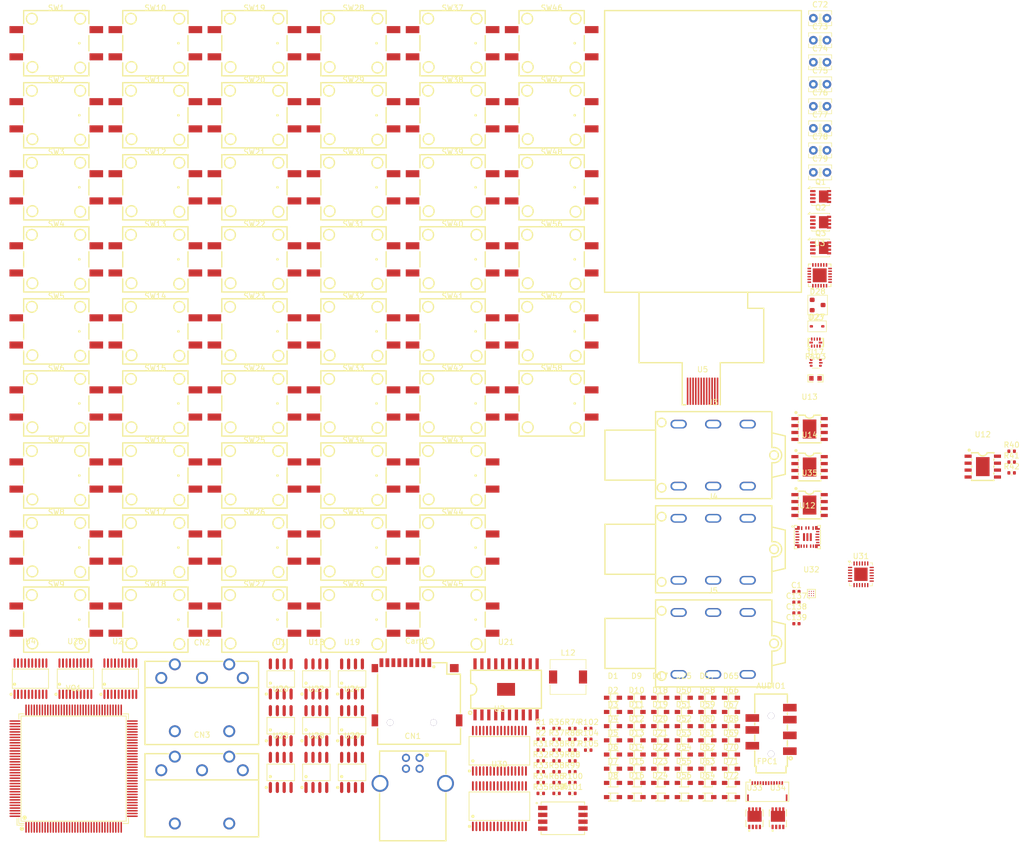
<source format=kicad_pcb>
(kicad_pcb (version 20241229) (generator "pcbnew") (generator_version "9.0")
  (layers (0 "F.Cu" signal) (2 "B.Cu" signal) (13 "F.Paste" user) (15 "B.Paste" user) (5 "F.SilkS" user "F.Silkscreen") (7 "B.SilkS" user "B.Silkscreen") (1 "F.Mask" user) (3 "B.Mask" user) (25 "Edge.Cuts" user))
  (net 0 "")
  (net 1 "HEADPHONE GPIO L")
  (net 3 "HEADPHONE GPIO R")
  (net 4 "HEADPHONE AMP L")
  (net 5 "HEADPHONE AMP R")
  (net 7 "GND")
  (net 8 "VBUS")
  (net 9 "Net-(C72-Pad2)")
  (net 10 "Net-(U24-IN1+)")
  (net 11 "SPEAKER SUM BUFF")
  (net 12 "Net-(C74-Pad2)")
  (net 13 "Net-(U25-IN1+)")
  (net 14 "Net-(C75-Pad1)")
  (net 15 "Net-(U24-IN2+)")
  (net 16 "Net-(U25-IN2+)")
  (net 17 "Net-(U32-CC2)")
  (net 18 "Net-(U32-CC1)")
  (net 19 "+3.3V")
  (net 52 "Mayor")
  (net 53 "Net-(D1-A)")
  (net 54 "7th")
  (net 55 "Net-(D2-A)")
  (net 56 "Net-(D3-A)")
  (net 57 "Extention")
  (net 58 "Net-(D4-A)")
  (net 59 "Net-(D5-A)")
  (net 60 "Net-(D6-A)")
  (net 61 "Net-(D7-A)")
  (net 62 "Net-(D8-A)")
  (net 63 "Net-(D9-A)")
  (net 64 "Net-(D10-A)")
  (net 65 "Net-(D11-A)")
  (net 66 "Net-(D12-A)")
  (net 67 "Net-(D13-A)")
  (net 68 "Net-(D14-A)")
  (net 69 "Net-(D15-A)")
  (net 70 "Net-(D16-A)")
  (net 71 "Net-(D17-A)")
  (net 72 "Net-(D18-A)")
  (net 73 "Net-(D19-A)")
  (net 74 "Net-(D20-A)")
  (net 75 "Net-(D21-A)")
  (net 76 "Net-(D22-A)")
  (net 77 "Net-(D23-A)")
  (net 78 "Net-(D24-A)")
  (net 79 "Net-(D25-A)")
  (net 80 "Net-(D28-A)")
  (net 81 "Net-(D28-K)")
  (net 83 "Net-(D50-A)")
  (net 84 "Net-(D51-A)")
  (net 85 "Net-(D52-A)")
  (net 86 "Net-(D53-A)")
  (net 87 "Net-(D54-A)")
  (net 88 "Net-(D55-A)")
  (net 89 "Net-(D56-A)")
  (net 90 "Net-(D57-A)")
  (net 91 "Net-(D58-A)")
  (net 92 "Net-(D59-A)")
  (net 93 "Net-(D60-A)")
  (net 94 "Minor")
  (net 95 "Net-(D61-A)")
  (net 96 "Net-(D62-A)")
  (net 97 "Net-(D63-A)")
  (net 98 "Net-(D64-A)")
  (net 99 "Net-(D65-A)")
  (net 100 "Net-(D66-A)")
  (net 101 "Net-(D67-A)")
  (net 102 "Net-(D68-A)")
  (net 103 "Net-(D69-A)")
  (net 104 "Net-(D70-A)")
  (net 105 "Net-(D71-A)")
  (net 106 "Net-(D72-A)")
  (net 122 "STEREO BUFF R")
  (net 123 "STEREO GPIO R")
  (net 129 "STEREO GPIO L{slash}MONO")
  (net 130 "STEREO BUFF L{slash}MONO")
  (net 137 "Net-(U31-SRP)")
  (net 138 "Net-(U31-PH)")
  (net 139 "Net-(Q2-D)")
  (net 140 "Net-(Q1-G)")
  (net 141 "Net-(U31-ACP)")
  (net 142 "Net-(Q3-G)")
  (net 143 "SYS")
  (net 144 "+BATT")
  (net 145 "SDA USB")
  (net 146 "SCL USB")
  (net 147 "Net-(U35-FB)")
  (net 148 "+5V")
  (net 149 "Net-(U35-VCC)")
  (net 150 "PG")
  (net 151 "Net-(U13-VCC)")
  (net 152 "Net-(U13-FB)")
  (net 153 "Net-(U14-VCC)")
  (net 154 "Net-(U14-FB)")
  (net 155 "+12V")
  (net 156 "INT_N USB")
  (net 157 "Net-(U31-ISET1)")
  (net 158 "Net-(U31-ISET2)")
  (net 159 "Net-(U31-ACSET)")
  (net 160 "Net-(D29-A)")
  (net 161 "Net-(D30-A)")
  (net 162 "Net-(D31-A)")
  (net 163 "Net-(U31-TS)")
  (net 164 "Net-(R102-Pad1)")
  (net 165 "Chord A")
  (net 166 "Chord C")
  (net 167 "Chord Db")
  (net 168 "Chord D")
  (net 169 "Chord Eb")
  (net 170 "Chord E")
  (net 171 "Chord F")
  (net 172 "Chord Gb")
  (net 173 "Chord G")
  (net 174 "Chord Ab")
  (net 175 "Chord Bb")
  (net 176 "Chord B")
  (net 189 "STEREO BUFF L")
  (net 190 "STEREO DAC R")
  (net 191 "-12V")
  (net 192 "STEREO DAC L")
  (net 193 "Net-(U2-BSPR)")
  (net 194 "Net-(U2-RINP)")
  (net 195 "Net-(U2-GAIN{slash}SLV)")
  (net 196 "{slash}SD SUB")
  (net 197 "Net-(U2-BSNL)")
  (net 198 "Net-(U2-OUTNL)")
  (net 199 "Net-(U2-BSNR)")
  (net 200 "MUTE SUB")
  (net 201 "Net-(U2-GVDD)")
  (net 202 "Net-(U2-BSPL)")
  (net 203 "Net-(U2-OUTNR)")
  (net 204 "Net-(U2-SYNC)")
  (net 205 "Net-(U2-RINN)")
  (net 231 "Net-(U4-VNEG)")
  (net 232 "Net-(U4-OUTL)")
  (net 234 "Net-(U4-CAPM)")
  (net 236 "Net-(U4-LDOO)")
  (net 238 "+3.3VA")
  (net 241 "Net-(U4-OUTR)")
  (net 288 "Net-(U13-SW)")
  (net 289 "Net-(U13-BOOT)")
  (net 290 "Net-(U14-SW)")
  (net 291 "Net-(U14-BOOT)")
  (net 292 "Net-(USB2-DN1)")
  (net 293 "Net-(L8-Pad4)")
  (net 294 "Net-(L8-Pad3)")
  (net 295 "Net-(USB2-DP1)")
  (net 296 "MONO BUFF")
  (net 297 "Net-(U18-IN2-)")
  (net 298 "SUB SUM BUFF N")
  (net 299 "Net-(U19-IN1-)")
  (net 300 "Net-(U19-IN2-)")
  (net 301 "Net-(U19-IN2+)")
  (net 302 "Net-(U19-IN1+)")
  (net 303 "TWEET SUM BUFF N")
  (net 304 "Net-(U20-IN2-)")
  (net 307 "Net-(U21-RIN+)")
  (net 311 "Net-(U21-LIN-)")
  (net 317 "Net-(U21-LIN+)")
  (net 318 "Net-(U21-RIN-)")
  (net 320 "WOOF SUM BUFF N")
  (net 321 "Net-(U22-IN2+)")
  (net 322 "Net-(U22-IN1-)")
  (net 323 "Net-(U22-IN2-)")
  (net 329 "TWEET SUM BUFF")
  (net 330 "SUB SUM BUFF")
  (net 331 "WOOF SUM BUFF")
  (net 332 "Net-(U25-IN1-)")
  (net 333 "Net-(U26-OUTL)")
  (net 335 "Net-(U26-VNEG)")
  (net 337 "Net-(U26-LDOO)")
  (net 338 "Net-(U26-CAPM)")
  (net 342 "Net-(U26-OUTR)")
  (net 343 "Net-(U27-VNEG)")
  (net 344 "Net-(U27-OUTR)")
  (net 345 "Net-(U27-CAPM)")
  (net 348 "Net-(U27-OUTL)")
  (net 350 "Net-(U27-LDOO)")
  (net 353 "Net-(U28-IN2-)")
  (net 354 "HEADPHONE DAC L")
  (net 355 "HEADPHONE BUFF L P")
  (net 356 "HEADPHONE BUFF L N")
  (net 357 "Net-(U28-IN2+)")
  (net 358 "HEADPHONE BUFF R P")
  (net 359 "Net-(U29-IN2+)")
  (net 360 "Net-(U29-IN2-)")
  (net 361 "HEADPHONE BUFF R N")
  (net 362 "HEADPHONE DAC R")
  (net 363 "Net-(U30-OUTNL)")
  (net 364 "Net-(U30-GVDD)")
  (net 365 "Net-(U30-SYNC)")
  (net 366 "{slash}SD TWEET{slash}WOOF")
  (net 367 "Net-(U30-OUTNR)")
  (net 368 "Net-(U30-BSNR)")
  (net 369 "Net-(U30-RINN)")
  (net 370 "Net-(U30-GAIN{slash}SLV)")
  (net 371 "MUTE TWEET{slash}WOOF")
  (net 372 "Net-(U30-BSPR)")
  (net 373 "Net-(U30-BSPL)")
  (net 374 "Net-(U30-RINP)")
  (net 375 "Net-(U30-OUTPL)")
  (net 376 "Net-(U30-LINN)")
  (net 377 "Net-(U30-LINP)")
  (net 378 "Net-(U30-BSNL)")
  (net 379 "Net-(U30-OUTPR)")
  (net 380 "Net-(U31-CE)")
  (net 381 "Net-(U31-TTC)")
  (net 382 "Net-(U31-VCC)")
  (net 383 "Net-(U31-HIDRV)")
  (net 384 "Net-(U31-LODRV)")
  (net 385 "Net-(U31-~{BATDRV})")
  (net 386 "Net-(D29-K)")
  (net 387 "Net-(D30-K)")
  (net 388 "Net-(U31-~{ACDRV})")
  (net 389 "Net-(U31-VFB)")
  (net 390 "Net-(D31-K)")
  (net 392 "Net-(U35-SW)")
  (net 393 "Net-(U35-BOOT)")
  (net 538 "Net-(U12-VCC)")
  (net 539 "Net-(U12-FB)")
  (net 540 "Net-(U12-SW)")
  (net 541 "Net-(U12-BOOT)")
  (footprint "Package_SO:Vishay_PowerPAK_1212-8_Single" (layer "F.Cu") (at 183.615 71.895)
    (property "Reference" "Q2")
    (property "Value" "Si7617DN")
  )
  (footprint "Resistor_SMD:R_0402_1005Metric" (layer "F.Cu") (at 132.145 176.935)
    (property "Reference" "R35")
    (property "Value" "100K")
  )
  (footprint "lcsc:SW-SMD_4P-L12.0-W12.0-P5.00-LS15.4" (layer "F.Cu") (at 79.49 52.225)
    (property "Reference" "SW20")
    (property "Value" "TS-1003ST-26")
  )
  (footprint "PCM_Package_TO_SOT_SMD_AKL:SOT-23" (layer "F.Cu") (at 183.06 87.12)
    (property "Reference" "D28")
    (property "Value" "BAT54" (hide yes))
  )
  (footprint "PCM_Capacitor_THT_AKL:C_Rect_L4.0mm_W2.5mm_P2.50mm" (layer "F.Cu") (at 182.275 42.475)
    (property "Reference" "C74")
    (property "Value" "5.6nF" (hide yes))
  )
  (footprint "lcsc:SOD-323_L1.8-W1.3-LS2.5-RD" (layer "F.Cu") (at 145.43 161.955)
    (property "Reference" "D2")
    (property "Value" "1N4148WS_C917117")
  )
  (footprint "lcsc:DSBGA-9_L1.4-W1.3-R3-C3-P0.40-BL" (layer "F.Cu") (at 181.915 140.175)
    (property "Reference" "U32")
    (property "Value" "TUSB422IYFPR")
  )
  (footprint "lcsc:SOD-323_L1.8-W1.3-LS2.5-RD" (layer "F.Cu") (at 145.43 175.005)
    (property "Reference" "D7")
    (property "Value" "1N4148WS_C917117")
  )
  (footprint "lcsc:SW-SMD_4P-L12.0-W12.0-P5.00-LS15.4" (layer "F.Cu") (at 61.27 52.225)
    (property "Reference" "SW11")
    (property "Value" "TS-1003ST-26")
  )
  (footprint "lcsc:SOD-323_L1.8-W1.3-LS2.5-RD" (layer "F.Cu") (at 162.79 169.785)
    (property "Reference" "D61")
    (property "Value" "1N4148WS_C917117")
  )
  (footprint "PCM_Capacitor_THT_AKL:C_Rect_L4.0mm_W2.5mm_P2.50mm" (layer "F.Cu") (at 182.275 62.725)
    (property "Reference" "C79")
    (property "Value" "5.6nF" (hide yes))
  )
  (footprint "lcsc:SW-SMD_4P-L12.0-W12.0-P5.00-LS15.4" (layer "F.Cu") (at 115.93 144.975)
    (property "Reference" "SW45")
    (property "Value" "TS-1003ST-26")
  )
  (footprint "lcsc:SOD-323_L1.8-W1.3-LS2.5-RD" (layer "F.Cu") (at 154.11 167.175)
    (property "Reference" "D20")
    (property "Value" "1N4148WS_C917117")
  )
  (footprint "lcsc:SOD-323_L1.8-W1.3-LS2.5-RD" (layer "F.Cu") (at 145.43 177.615)
    (property "Reference" "D8")
    (property "Value" "1N4148WS_C917117")
  )
  (footprint "lcsc:SOD-323_L1.8-W1.3-LS2.5-RD" (layer "F.Cu") (at 145.43 169.785)
    (property "Reference" "D5")
    (property "Value" "1N4148WS_C917117")
  )
  (footprint "lcsc:SOD-323_L1.8-W1.3-LS2.5-RD" (layer "F.Cu") (at 158.45 169.785)
    (property "Reference" "D53")
    (property "Value" "1N4148WS_C917117")
  )
  (footprint "lcsc:HSOP-20_L12.8-W7.5-P1.27-LS10.3-BL-EP3.3" (layer "F.Cu") (at 125.765 157.8)
    (property "Reference" "U21")
    (property "Value" "TPA6120A2DWP")
  )
  (footprint "lcsc:SW-SMD_4P-L12.0-W12.0-P5.00-LS15.4" (layer "F.Cu") (at 79.49 118.475)
    (property "Reference" "SW25")
    (property "Value" "TS-1003ST-26")
  )
  (footprint "lcsc:PDFN-8_L3.1-W3.1-P0.65-LS3.4-BL" (layer "F.Cu") (at 175.765 181.5)
    (property "Reference" "U34")
    (property "Value" "SIS412DN-T1-GE3-ES")
  )
  (footprint "lcsc:SW-SMD_4P-L12.0-W12.0-P5.00-LS15.4" (layer "F.Cu") (at 43.05 118.475)
    (property "Reference" "SW7")
    (property "Value" "TS-1003ST-26")
  )
  (footprint "lcsc:SW-SMD_4P-L12.0-W12.0-P5.00-LS15.4" (layer "F.Cu") (at 115.93 78.725)
    (property "Reference" "SW40")
    (property "Value" "TS-1003ST-26")
  )
  (footprint "lcsc:SOD-323_L1.8-W1.3-LS2.5-RD" (layer "F.Cu") (at 167.13 164.565)
    (property "Reference" "D67")
    (property "Value" "1N4148WS_C917117")
  )
  (footprint "lcsc:SOIC-8_L4.9-W3.9-P1.27-LS6.0-BL" (layer "F.Cu") (at 97.44 155.895)
    (property "Reference" "U19")
    (property "Value" "NE5532DR")
  )
  (footprint "PCM_Capacitor_THT_AKL:C_Rect_L4.0mm_W2.5mm_P2.50mm" (layer "F.Cu") (at 182.275 54.625)
    (property "Reference" "C77")
    (property "Value" "82nF" (hide yes))
  )
  (footprint "Resistor_SMD:R_0402_1005Metric" (layer "F.Cu") (at 132.145 170.965)
    (property "Reference" "R32")
    (property "Value" "24.9K")
  )
  (footprint "Capacitor_SMD:C_0402_1005Metric" (layer "F.Cu") (at 179.165 145.725)
    (property "Reference" "C139")
    (property "Value" "0.1uF")
  )
  (footprint "lcsc:SOD-323_L1.8-W1.3-LS2.5-RD" (layer "F.Cu") (at 149.77 164.565)
    (property "Reference" "D11")
    (property "Value" "1N4148WS_C917117")
  )
  (footprint "lcsc:SOIC-8_L4.9-W3.9-P1.27-LS6.0-BL" (layer "F.Cu") (at 97.44 164.485)
    (property "Reference" "U24")
    (property "Value" "NE5532DR")
  )
  (footprint "lcsc:SW-SMD_4P-L12.0-W12.0-P5.00-LS15.4" (layer "F.Cu") (at 43.05 38.975)
    (property "Reference" "SW1")
    (property "Value" "TS-1003ST-26")
  )
  (footprint "lcsc:AUDIO-SMD_PJ-393" (layer "F.Cu") (at 174.5 165.165)
    (property "Reference" "AUDIO1")
    (property "Value" "PJ-393_C2837065")
  )
  (footprint "lcsc:SW-SMD_4P-L12.0-W12.0-P5.00-LS15.4" (layer "F.Cu") (at 97.71 38.975)
    (property "Reference" "SW28")
    (property "Value" "TS-1003ST-26")
  )
  (footprint "lcsc:SOD-323_L1.8-W1.3-LS2.5-RD" (layer "F.Cu") (at 154.11 177.615)
    (property "Reference" "D24")
    (property "Value" "1N4148WS_C917117")
  )
  (footprint "lcsc:SW-SMD_4P-L12.0-W12.0-P5.00-LS15.4" (layer "F.Cu") (at 43.05 144.975)
    (property "Reference" "SW9")
    (property "Value" "TS-1003ST-26")
  )
  (footprint "lcsc:TF-SMD_TF-PUSH" (layer "F.Cu") (at 109.39 158.2)
    (property "Reference" "Card1")
    (property "Value" "TF PUSH")
  )
  (footprint "lcsc:SW-SMD_4P-L12.0-W12.0-P5.00-LS15.4" (layer "F.Cu") (at 115.93 52.225)
    (property "Reference" "SW38")
    (property "Value" "TS-1003ST-26")
  )
  (footprint "lcsc:UQFN-10_L2.0-W1.5-P0.50-BL-EP" (layer "F.Cu") (at 182.725 94.03)
    (property "Reference" "U23")
    (property "Value" "TS5A23159RSER")
  )
  (footprint "lcsc:SW-SMD_4P-L12.0-W12.0-P5.00-LS15.4" (layer "F.Cu") (at 115.93 131.725)
    (property "Reference" "SW44")
    (property "Value" "TS-1003ST-26")
  )
  (footprint "lcsc:SOD-323_L1.8-W1.3-LS2.5-RD" (layer "F.Cu") (at 158.45 164.565)
    (property "Reference" "D51")
    (property "Value" "1N4148WS_C917117")
  )
  (footprint "lcsc:SW-SMD_4P-L12.0-W12.0-P5.00-LS15.4" (layer "F.Cu") (at 61.27 65.475)
    (property "Reference" "SW12")
    (property "Value" "TS-1003ST-26")
  )
  (footprint "lcsc:CONN-TH_DIN-504B-M10" (layer "F.Cu") (at 69.855 159.35)
    (property "Reference" "CN2")
    (property "Value" "DIN-504B-M10")
  )
  (footprint "lcsc:SW-SMD_4P-L12.0-W12.0-P5.00-LS15.4" (layer "F.Cu") (at 61.27 131.725)
    (property "Reference" "SW17")
    (property "Value" "TS-1003ST-26")
  )
  (footprint "lcsc:SW-SMD_4P-L12.0-W12.0-P5.00-LS15.4" (layer "F.Cu") (at 61.27 144.975)
    (property "Reference" "SW18")
    (property "Value" "TS-1003ST-26")
  )
  (footprint "Resistor_SMD:R_0402_1005Metric" (layer "F.Cu") (at 140.875 166.985)
    (property "Reference" "R104")
    (property "Value" "9.31K")
  )
  (footprint "lcsc:SOD-323_L1.8-W1.3-LS2.5-RD" (layer "F.Cu") (at 158.45 177.615)
    (property "Reference" "D56")
    (property "Value" "1N4148WS_C917117")
  )
  (footprint "lcsc:LQFP-144_L20.0-W20.0-P0.50-LS22.0-BL" (layer "F.Cu") (at 46.24 172.38)
    (property "Reference" "VQ1")
    (property "Value" "STM32H723ZGT6")
  )
  (footprint "lcsc:SOD-323_L1.8-W1.3-LS2.5-RD" (layer "F.Cu") (at 154.11 161.955)
    (property "Reference" "D18")
    (property "Value" "1N4148WS_C917117")
  )
  (footprint "lcsc:SOD-323_L1.8-W1.3-LS2.5-RD" (layer "F.Cu") (at 162.79 167.175)
    (property "Reference" "D60")
    (property "Value" "1N4148WS_C917117")
  )
  (footprint "lcsc:USB-B_TH_USB-B-FEMALE-90" (layer "F.Cu") (at 108.61 172.745)
    (property "Reference" "CN1")
    (property "Value" "USB-B-Female-90")
  )
  (footprint "lcsc:SOD-323_L1.8-W1.3-LS2.5-RD" (layer "F.Cu") (at 162.79 161.955)
    (property "Reference" "D58")
    (property "Value" "1N4148WS_C917117")
  )
  (footprint "lcsc:ESOP-8_L4.9-W3.9-P1.27-LS6.0-TL-EP" (layer "F.Cu") (at 181.58 109.925)
    (property "Reference" "U13")
    (property "Value" "LMR33630ADDAR")
  )
  (footprint "lcsc:SW-SMD_4P-L12.0-W12.0-P5.00-LS15.4" (layer "F.Cu") (at 97.71 65.475)
    (property "Reference" "SW30")
    (property "Value" "TS-1003ST-26")
  )
  (footprint "lcsc:TSSOP-20_L6.5-W4.4-P0.65-LS6.4-BL" (layer "F.Cu") (at 46.565 155.84)
    (property "Reference" "U26")
    (property "Value" "PCM5102APWR")
  )
  (footprint "lcsc:QFN-24_L4.0-W4.0-P0.50-BL-EP2.6" (layer "F.Cu") (at 183.44 81.66)
    (property "Reference" "U3")
    (property "Value" "CY8CMBR3116-LQXIT")
  )
  (footprint "lcsc:SW-SMD_4P-L12.0-W12.0-P5.00-LS15.4" (layer "F.Cu") (at 43.05 52.225)
    (property "Reference" "SW2")
    (property "Value" "TS-1003ST-26")
  )
  (footprint "Capacitor_SMD:C_0402_1005Metric" (layer "F.Cu") (at 179.165 139.815)
    (property "Reference" "C1")
    (property "Value" "100nF")
  )
  (footprint "lcsc:SW-SMD_4P-L12.0-W12.0-P5.00-LS15.4" (layer "F.Cu") (at 43.05 131.725)
    (property "Reference" "SW8")
    (property "Value" "TS-1003ST-26")
  )
  (footprint "lcsc:AUDIO-TH_PJ-625G" (layer "F.Cu") (at 163.85 149.355)
    (property "Reference" "J5")
    (property "Value" "PJ-625G")
  )
  (footprint "lcsc:SOIC-8_L4.9-W3.9-P1.27-LS6.0-BL" (layer "F.Cu") (at 84.33 164.485)
    (property "Reference" "U20")
    (property "Value" "NE5532DR")
  )
  (footprint "lcsc:SOD-323_L1.8-W1.3-LS2.5-RD" (layer "F.Cu") (at 149.77 159.345)
    (property "Reference" "D9")
    (property "Value" "1N4148WS_C917117")
  )
  (footprint "Inductor_SMD:L_6.3x6.3_H3" (layer "F.Cu") (at 137.165 155.525)
    (property "Reference" "L12")
    (property "Value" "6.8uH")
  )
  (footprint "lcsc:SOD-323_L1.8-W1.3-LS2.5-RD" (layer "F.Cu") (at 162.79 175.005)
    (property "Reference" "D63")
    (property "Value" "1N4148WS_C917117")
  )
  (footprint "Resistor_SMD:R_0402_1005Metric" (layer "F.Cu") (at 137.965 166.985)
    (property "Reference" "R86")
    (property "Value" "22.1K")
  )
  (footprint "lcsc:SW-SMD_4P-L12.0-W12.0-P5.00-LS15.4" (layer "F.Cu") (at 97.71 118.475)
    (property "Reference" "SW34")
    (property "Value" "TS-1003ST-26")
  )
  (footprint "PCM_Capacitor_THT_AKL:C_Rect_L4.0mm_W2.5mm_P2.50mm" (layer "F.Cu") (at 182.275 58.675)
    (property "Reference" "C78")
    (property "Value" "5.6nF" (hide yes))
  )
  (footprint "lcsc:R0603" (layer "F.Cu") (at 182.665 100.605)
    (property "Reference" "R103")
    (property "Value" "NTCG163JF103FT1S")
  )
  (footprint "lcsc:SOD-323_L1.8-W1.3-LS2.5-RD" (layer "F.Cu") (at 154.11 175.005)
    (property "Reference" "D23")
    (property "Value" "1N4148WS_C917117")
  )
  (footprint "Resistor_SMD:R_0402_1005Metric" (layer "F.Cu") (at 137.965 176.935)
    (property "Reference" "R101")
    (property "Value" "10K")
  )
  (footprint "lcsc:SOIC-8_L4.9-W3.9-P1.27-LS6.0-BL" (layer "F.Cu") (at 84.33 155.895)
    (property "Reference" "U1")
    (property "Value" "NE5532DR")
  )
  (footprint "lcsc:SW-SMD_4P-L12.0-W12.0-P5.00-LS15.4" (layer "F.Cu") (at 79.49 91.975)
    (property "Reference" "SW23")
    (property "Value" "TS-1003ST-26")
  )
  (footprint "lcsc:HTSSOP-32_L11.0-W6.1-P0.65-LS8.1-BL" (layer "F.Cu") (at 124.54 169.095)
    (property "Reference" "U2")
    (property "Value" "TPA3116D2DAD_C2865736")
  )
  (footprint "lcsc:SOD-323_L1.8-W1.3-LS2.5-RD" (layer "F.Cu") (at 145.43 164.565)
    (property "Reference" "D3")
    (property "Value" "1N4148WS_C917117")
  )
  (footprint "Package_SO:Vishay_PowerPAK_1212-8_Single" (layer "F.Cu") (at 183.615 76.62)
    (property "Reference" "Q3")
    (property "Value" "Si7617DN")
  )
  (footprint "lcsc:SW-SMD_4P-L12.0-W12.0-P5.00-LS15.4" (layer "F.Cu") (at 97.71 131.725)
    (property "Reference" "SW35")
    (property "Value" "TS-1003ST-26")
  )
  (footprint "lcsc:SW-SMD_4P-L12.0-W12.0-P5.00-LS15.4" (layer "F.Cu") (at 97.71 78.725)
    (property "Reference" "SW31")
    (property "Value" "TS-1003ST-26")
  )
  (footprint "lcsc:SOD-323_L1.8-W1.3-LS2.5-RD" (layer "F.Cu") (at 162.79 159.345)
    (property "Reference" "D57")
    (property "Value" "1N4148WS_C917117")
  )
  (footprint "Resistor_SMD:R_0402_1005Metric" (layer "F.Cu") (at 140.875 164.995)
    (property "Reference" "R102")
    (property "Value" "100K")
  )
  (footprint "lcsc:SW-SMD_4P-L12.0-W12.0-P5.00-LS15.4" (layer "F.Cu") (at 134.15 91.975)
    (property "Reference" "SW57")
    (property "Value" "TS-1003ST-26")
  )
  (footprint "lcsc:SW-SMD_4P-L12.0-W12.0-P5.00-LS15.4" (layer "F.Cu") (at 115.93 118.475)
    (property "Reference" "SW43")
    (property "Value" "TS-1003ST-26")
  )
  (footprint "lcsc:SOD-323_L1.8-W1.3-LS2.5-RD" (layer "F.Cu") (at 162.79 164.565)
    (property "Reference" "D59")
    (property "Value" "1N4148WS_C917117")
  )
  (footprint "Resistor_SMD:R_0402_1005Metric" (layer "F.Cu") (at 137.965 174.945)
    (property "Reference" "R100")
    (property "Value" "10K")
  )
  (footprint "lcsc:SOD-323_L1.8-W1.3-LS2.5-RD" (layer "F.Cu") (at 149.77 161.955)
    (property "Reference" "D10")
    (property "Value" "1N4148WS_C917117")
  )
  (footprint "lcsc:SW-SMD_4P-L12.0-W12.0-P5.00-LS15.4" (layer "F.Cu") (at 97.71 91.975)
    (property "Reference" "SW32")
    (property "Value" "TS-1003ST-26")
  )
  (footprint "Resistor_SMD:R_0402_1005Metric" (layer "F.Cu") (at 218.74 114.01)
    (property "Reference" "R40")
    (property "Value" "100K")
  )
  (footprint "lcsc:SW-SMD_4P-L12.0-W12.0-P5.00-LS15.4" (layer "F.Cu") (at 61.27 105.225)
    (property "Reference" "SW15")
    (property "Value" "TS-1003ST-26")
  )
  (footprint "lcsc:SOD-323_L1.8-W1.3-LS2.5-RD" (layer "F.Cu") (at 167.13 169.785)
    (property "Reference" "D69")
    (property "Value" "1N4148WS_C917117")
  )
  (footprint "lcsc:SW-SMD_4P-L12.0-W12.0-P5.00-LS15.4" (layer "F.Cu") (at 134.15 38.975)
    (property "Reference" "SW46")
    (property "Value" "TS-1003ST-26")
  )
  (footprint "Resistor_SMD:R_0402_1005Metric" (layer "F.Cu") (at 135.055 174.945)
    (property "Reference" "R66")
    (property "Value" "100K")
  )
  (footprint "lcsc:SW-SMD_4P-L12.0-W12.0-P5.00-LS15.4" (layer "F.Cu") (at 134.15 52.225)
    (property "Reference" "SW47")
    (property "Value" "TS-1003ST-26")
  )
  (footprint "Resistor_SMD:R_0402_1005Metric" (layer "F.Cu") (at 135.055 170.965)
    (property "Reference" "R39")
    (property "Value" "9.09K")
  )
  (footprint "lcsc:SOD-323_L1.8-W1.3-LS2.5-RD" (layer "F.Cu") (at 167.13 172.395)
    (property "Reference" "D70")
    (property "Value" "1N4148WS_C917117")
  )
  (footprint "lcsc:SW-SMD_4P-L12.0-W12.0-P5.00-LS15.4" (layer "F.Cu") (at 97.71 52.225)
    (property "Reference" "SW29")
    (property "Value" "TS-1003ST-26")
  )
  (footprint "lcsc:AUDIO-TH_PJ-625G" (layer "F.Cu") (at 163.85 114.725)
    (property "Reference" "J3")
    (property "Value" "PJ-625G")
  )
  (footprint "lcsc:ESOP-8_L4.9-W3.9-P1.27-LS6.0-TL-EP" (layer "F.Cu") (at 181.58 116.915)
    (property "Reference" "U14")
    (property "Value" "LMR33630ADDAR")
  )
  (footprint "lcsc:SW-SMD_4P-L12.0-W12.0-P5.00-LS15.4" (layer "F.Cu") (at 134.15 105.225)
    (property "Reference" "SW58")
    (property "Value" "TS-1003ST-26")
  )
  (footprint "lcsc:CONN-TH_DIN-504B-M10" (layer "F.Cu") (at 69.855 176.325)
    (property "Reference" "CN3")
    (property "Value" "DIN-504B-M10")
  )
  (footprint "Package_TO_SOT_SMD:SOT-666" (layer "F.Cu") (at 182.725 97.75)
    (property "Reference" "U17")
    (property "Value" "USBLC6-2P6")
  )
  (footprint "Resistor_SMD:R_0402_1005Metric" (layer "F.Cu") (at 135.055 168.975)
    (property "Reference" "R38")
    (property "Value" "100K")
  )
  (footprint "lcsc:SOD-323_L1.8-W1.3-LS2.5-RD" (layer "F.Cu") (at 158.45 175.005)
    (property "Reference" "D55")
    (property "Value" "1N4148WS_C917117")
  )
  (footprint "Capacitor_SMD:C_0402_1005Metric" (layer "F.Cu") (at 179.165 143.755)
    (property "Reference" "C138")
    (property "Value" "220pF")
  )
  (footprint "lcsc:SW-SMD_4P-L12.0-W12.0-P5.00-LS15.4" (layer "F.Cu") (at 97.71 105.225)
    (property "Reference" "SW33")
    (property "Value" "TS-1003ST-26")
  )
  (footprint "Resistor_SMD:R_0402_1005Metric" (layer "F.Cu") (at 132.145 164.995)
    (property "Reference" "R1")
    (property "Value" "1.5K")
  )
  (footprint "PCM_Capacitor_THT_AKL:C_Rect_L4.0mm_W2.5mm_P2.50mm" (layer "F.Cu") (at 182.275 38.425)
    (property "Reference" "C73")
    (property "Value" "82nF" (hide yes))
  )
  (footprint "lcsc:SW-SMD_4P-L12.0-W12.0-P5.00-LS15.4" (layer "F.Cu") (at 79.49 38.975)
    (property "Reference" "SW19")
    (property "Value" "TS-1003ST-26")
  )
  (footprint "Resistor_SMD:R_0402_1005Metric" (layer "F.Cu") (at 132.145 172.955)
    (property "Reference" "R33")
    (property "Value" "100K")
  )
  (footprint "lcsc:SOD-323_L1.8-W1.3-LS2.5-RD" (layer "F.Cu") (at 167.13 175.005)
    (property "Reference" "D71")
    (property "Value" "1N4148WS_C917117")
  )
  (footprint "lcsc:SW-SMD_4P-L12.0-W12.0-P5.00-LS15.4" (layer "F.Cu") (at 115.93 65.475)
    (property "Reference" "SW39")
    (property "Value" "TS-1003ST-26")
  )
  (footprint "Resistor_SMD:R_0402_1005Metric" (layer "F.Cu") (at 137.965 172.955)
    (property "Reference" "R99")
    (property "Value" "10K")
  )
  (footprint "Package_DFN_QFN:VQFN-24-1EP_4x4mm_P0.5mm_EP2.45x2.45mm" (layer "F.Cu") (at 191.02 136.64)
    (property "Reference" "U31")
    (property "Value" "BQ24610")
  )
  (footprint "lcsc:SOD-323_L1.8-W1.3-LS2.5-RD" (layer "F.Cu") (at 149.77 172.395)
    (property "Reference" "D14")
    (property "Value" "1N4148WS_C917117")
  )
  (footprint "lcsc:SW-SMD_4P-L12.0-W12.0-P5.00-LS15.4" (layer "F.Cu") (at 79.49 144.975)
    (property "Reference" "SW27")
    (property "Value" "TS-1003ST-26")
  )
  (footprint "lcsc:AUDIO-TH_PJ-625G" (layer "F.Cu") (at 163.85 132.04)
    (property "Reference" "J4")
    (property "Value" "PJ-625G")
  )
  (footprint "lcsc:SOD-323_L1.8-W1.3-LS2.5-RD" (layer "F.Cu") (at 158.45 167.175)
    (property "Reference" "D52")
    (property "Value" "1N4148WS_C917117")
  )
  (footprint "lcsc:SOD-323_L1.8-W1.3-LS2.5-RD" (layer "F.Cu") (at 154.11 169.785)
    (property "Reference" "D21")
    (property "Value" "1N4148WS_C917117")
  )
  (footprint "Package_SO:Vishay_PowerPAK_1212-8_Single" (layer "F.Cu") (at 183.615 67.17)
    (property "Reference" "Q1")
    (property "Value" "Si7617DN")
  )
  (footprint "lcsc:SW-SMD_4P-L12.0-W12.0-P5.00-LS15.4" (layer "F.Cu") (at 79.49 105.225)
    (property "Reference" "SW24")
    (property "Value" "TS-1003ST-26")
  )
  (footprint "lcsc:VQFN-HR-26_L4.0-W3.5_TPS55288RPMR" (layer "F.Cu") (at 181.18 129.795)
    (property "Reference" "U12")
    (property "Value" "TPS55288RPMR")
  )
  (footprint "lcsc:SOD-323_L1.8-W1.3-LS2.5-RD" (layer "F.Cu") (at 158.45 172.395)
    (property "Reference" "D54")
    (property "Value" "1N4148WS_C917117")
  )
  (footprint "lcsc:HTSSOP-32_L11.0-W6.1-P0.65-LS8.1-BL" (layer "F.Cu") (at 124.54 179.285)
    (property "Reference" "U30")
    (property "Value" "TPA3116D2DAD_C2865736")
  )
  (footprint "Resistor_SMD:R_0402_1005Metric" (layer "F.Cu") (at 135.055 176.935)
    (property "Reference" "R69")
    (property "Value" "100K")
  )
  (footprint "lcsc:SOD-323_L1.8-W1.3-LS2.5-RD" (layer "F.Cu") (at 162.79 172.395)
    (property "Reference" "D62")
    (property "Value" "1N4148WS_C917117")
  )
  (footprint "lcsc:SW-SMD_4P-L12.0-W12.0-P5.00-LS15.4" (layer "F.Cu") (at 115.93 91.975)
    (property "Reference" "SW41")
    (property "Value" "TS-1003ST-26")
  )
  (footprint "Resistor_SMD:R_0402_1005Metric" (layer "F.Cu") (at 137.965 164.995)
    (property "Reference" "R74")
    (property "Value" "100K")
  )
  (footprint "Resistor_SMD:R_0402_1005Metric" (layer "F.Cu") (at 218.74 117.99)
    (property "Reference" "R42")
    (property "Value" "9.09K")
  )
  (footprint "lcsc:SOD-323_L1.8-W1.3-LS2.5-RD" (layer "F.Cu") (at 158.45 161.955)
    (property "Reference" "D50")
    (property "Value" "1N4148WS_C917117")
  )
  (footprint "Resistor_SMD:R_0402_1005Metric" (layer "F.Cu") (at 140.875 168.975)
    (property "Reference" "R105")
    (property "Value" "430K")
  )
  (footprint "Resistor_SMD:R_0402_1005Metric" (layer "F.Cu") (at 218.74 116)
    (property "Reference" "R41")
    (property "Value" "100K")
  )
  (footprint "lcsc:TSSOP-20_L6.5-W4.4-P0.65-LS6.4-BL" (layer "F.Cu") (at 38.3 155.84)
    (property "Reference" "U4")
    (property "Value" "PCM5102APWR")
  )
  (footprint "lcsc:SOIC-8_L4.9-W3.9-P1.27-LS6.0-BL" (layer "F.Cu") (at 84.33 173.075)
    (property "Reference" "U25")
    (property "Value" "NE5532DR")
  )
  (footprint "lcsc:SOD-323_L1.8-W1.3-LS2.5-RD" (layer "F.Cu") (at 149.77 175.005)
    (property "Reference" "D15")
    (property "Value" "1N4148WS_C917117")
  )
  (footprint "lcsc:SW-SMD_4P-L12.0-W12.0-P5.00-LS15.4" (layer "F.Cu") (at 61.27 91.975)
    (property "Reference" "SW14")
    (property "Value" "TS-1003ST-26")
  )
  (footprint "lcsc:SW-SMD_4P-L12.0-W12.0-P5.00-LS15.4" (layer "F.Cu") (at 79.49 78.725)
    (property "Reference" "SW22")
    (property "Value" "TS-1003ST-26")
  )
  (footprint "Resistor_SMD:R_0402_1005Metric" (layer "F.Cu") (at 137.965 170.965)
    (property "Reference" "R88")
    (property "Value" "32.4K")
  )
  (footprint "lcsc:TSSOP-20_L6.5-W4.4-P0.65-LS6.4-BL" (layer "F.Cu") (at 54.83 155.84)
    (property "Reference" "U27")
    (property "Value" "PCM5102APWR")
  )
  (footprint "lcsc:SOIC-8_L4.9-W3.9-P1.27-LS6.0-BL" (layer "F.Cu") (at 97.44 173.075)
    (property "Reference" "U29")
    (property "Value" "NE5532DR")
  )
  (footprint "PCM_Capacitor_THT_AKL:C_Rect_L4.0mm_W2.5mm_P2.50mm" (layer "F.Cu") (at 182.275 50.575)
    (property "Reference" "C76")
    (property "Value" "5.6nF" (hide yes))
  )
  (footprint "Resistor_SMD:R_0402_1005Metric" (layer "F.Cu") (at 135.055 172.955)
    (property "Reference" "R58")
    (property "Value" "200K")
  )
  (footprint "lcsc:SOD-323_L1.8-W1.3-LS2.5-RD" (layer "F.Cu") (at 158.45 159.345)
    (property "Reference" "D25")
    (property "Value" "1N4148WS_C917117")
  )
  (footprint "lcsc:SOD-323_L1.8-W1.3-LS2.5-RD" (layer "F.Cu") (at 145.43 172.395)
    (property "Reference" "D6")
    (property "Value" "1N4148WS_C917117")
  )
  (footprint "lcsc:SOD-323_L1.8-W1.3-LS2.5-RD" (layer "F.Cu") (at 167.13 167.175)
    (property "Reference" "D68")
    (property "Value" "1N4148WS_C917117")
  )
  (footprint "lcsc:SW-SMD_4P-L12.0-W12.0-P5.00-LS15.4" (layer "F.Cu") (at 134.15 78.725)
    (property "Reference" "SW56")
    (property "Value" "TS-1003ST-26")
  )
  (footprint "lcsc:SOIC-8_L4.9-W3.9-P1.27-LS6.0-BL" (layer "F.Cu") (at 90.885 155.895)
    (property "Reference" "U18")
    (property "Value" "NE5532DR")
  )
  (footprint "Resistor_SMD:R_0402_1005Metric" (layer "F.Cu") (at 132.145 174.945)
    (property "Reference" "R34")
    (property "Value" "100K")
  )
  (footprint "lcsc:SW-SMD_4P-L12.0-W12.0-P5.00-LS15.4" (layer "F.Cu") (at 115.93 38.975)
    (property "Reference" "SW37")
    (property "Value" "TS-1003ST-26")
  )
  (footprint "lcsc:SOD-323_L1.8-W1.3-LS2.5-RD" (layer "F.Cu") (at 154.11 159.345)
    (property "Reference" "D17")
    (property "Value" "1N4148WS_C917117")
  )
  (footprint "PCM_Capacitor_THT_AKL:C_Rect_L4.0mm_W2.5mm_P2.50mm" (layer "F.Cu") (at 182.275 46.525)
    (property "Reference" "C75")
    (property "Value" "82nF" (hide yes))
  )
  (footprint "lcsc:SW-SMD_4P-L12.0-W12.0-P5.00-LS15.4" (layer "F.Cu") (at 115.93 105.225)
    (property "Reference" "SW42")
    (property "Value" "TS-1003ST-26")
  )
  (footprint "Capacitor_SMD:C_0402_1005Metric" (layer "F.Cu") (at 179.165 141.785)
    (property "Reference" "C137")
    (property "Value" "220pF")
  )
  (footprint "lcsc:SOIC-8_L4.9-W3.9-P1.27-LS6.0-BL" (layer "F.Cu") (at 90.885 173.075)
    (property "Reference" "U28")
    (property "Value" "NE5532DR")
  )
  (footprint "lcsc:SW-SMD_4P-L12.0-W12.0-P5.00-LS15.4" (layer "F.Cu") (at 61.27 78.725)
    (property "Reference" "SW13")
    (property "Value" "TS-1003ST-26")
  )
  (footprint "Resistor_SMD:R_0402_1005Metric" (layer "F.Cu") (at 135.055 166.985)
    (property "Reference" "R37")
    (property "Value" "100K")
  )
  (footprint "lcsc:ESOP-8_L4.9-W3.9-P1.27-LS6.0-TL-EP" (layer "F.Cu") (at 213.435 116.84)
    (property "Reference" "U12")
    (property "Value" "LMR33630ADDAR")
  )
  (footprint "lcsc:SOD-323_L1.8-W1.3-LS2.5-RD" (layer "F.Cu") (at 154.11 164.565)
    (property "Reference" "D19")
    (property "Value" "1N4148WS_C917117")
  )
  (footprint "lcsc:SOD-323_L1.8-W1.3-LS2.5-RD" (layer "F.Cu") (at 167.13 177.615)
    (property "Reference" "D72")
    (property "Value" "1N4148WS_C917117")
  )
  (footprint "lcsc:SOD-323_L1.8-W1.3-LS2.5-RD" (layer "F.Cu") (at 167.13 159.345)
    (property "Reference" "D65")
    (property "Value" "1N4148WS_C917117")
  )
  (footprint "lcsc:SOIC-8_L4.9-W3.9-P1.27-LS6.0-BL" (layer "F.Cu") (at 90.885 164.485)
    (property "Reference" "U22")
    (property "Value" "NE5532DR")
  )
  (footprint "lcsc:SW-SMD_4P-L12.0-W12.0-P5.00-LS15.4" (layer "F.Cu") (at 134.15 65.475)
    (property "Reference" "SW48")
    (property "Value" "TS-1003ST-26")
  )
  (footprint "Resistor_SMD:R_0402_1005Metric" (layer "F.Cu") (at 132.145 166.985)
    (property "Reference" "R2")
    (property "Value" "1.5K")
  )
  (footprint "lcsc:OLED-SMD_HS20HS072RX" (layer "F.Cu") (at 161.905 102.975)
    (property "Reference" "U5")
    (property "Value" "HS20HS072RX")
  )
  (footprint "Resistor_SMD:R_0402_1005Metric" (layer "F.Cu") (at 137.965 168.975)
    (property "Reference" "R87")
    (property "Value" "10K")
  )
  (footprint "Resistor_SMD:R_0402_1005Metric" (layer "F.Cu") (at 135.055 164.995)
    (property "Reference" "R36")
    (property "Value" "43.2K")
  )
  (footprint "lcsc:SOD-323_L1.8-W1.3-LS2.5-RD" (layer "F.Cu") (at 162.79 177.615)
    (property "Reference" "D64")
    (property "Value" "1N4148WS_C917117")
  )
  (footprint "lcsc:FPC-SMD_5034801200" (layer "F.Cu") (at 173.805 176.385)
    (property "Reference" "FPC1")
    (property "Value" "5034801200")
  )
  (footprint "lcsc:SW-SMD_4P-L12.0-W12.0-P5.00-LS15.4" (layer "F.Cu") (at 61.27 38.975)
    (property "Reference" "SW10")
    (property "Value" "TS-1003ST-26")
  )
  (footprint "lcsc:SOD-323_L1.8-W1.3-LS2.5-RD" (layer "F.Cu") (at 167.13 161.955)
    (property "Reference" "D66")
    (property "Value" "1N4148WS_C917117")
  )
  (footprint "PCM_Capacitor_THT_AKL:C_Rect_L4.0mm_W2.5mm_P2.50mm" (layer "F.Cu") (at 182.275 34.375)
    (property "Reference" "C72")
    (property "Value" "82nF" (hide yes))
  )
  (footprint "lcsc:SW-SMD_4P-L12.0-W12.0-P5.00-LS15.4" (layer "F.Cu") (at 79.49 65.475)
    (property "Reference" "SW21")
    (property "Value" "TS-1003ST-26")
  )
  (footprint "lcsc:ESOP-8_L4.9-W3.9-P1.27-LS6.0-TL-EP" (layer "F.Cu") (at 181.58 123.905)
    (property "Reference" "U35")
    (property "Value" "LMR33630ADDAR")
  )
  (footprint "lcsc:SW-SMD_4P-L12.0-W12.0-P5.00-LS15.4" (layer "F.Cu") (at 79.49 131.725)
    (property "Reference" "SW26")
    (property "Value" "TS-1003ST-26")
  )
  (footprint "lcsc:SW-SMD_4P-L12.0-W12.0-P5.00-LS15.4" (layer "F.Cu") (at 43.05 65.475)
    (property "Reference" "SW3")
    (property "Value" "TS-1003ST-26")
  )
  (footprint "lcsc:SOD-323_L1.8-W1.3-LS2.5-RD" (layer "F.Cu") (at 149.77 167.175)
    (property "Reference" "D12")
    (property "Value" "1N4148WS_C917117")
  )
  (footprint "lcsc:SW-SMD_4P-L12.0-W12.0-P5.00-LS15.4" (layer "F.Cu") (at 97.71 144.975)
    (property "Reference" "SW36")
    (property "Value" "TS-1003ST-26")
  )
  (footprint "lcsc:SW-SMD_4P-L12.0-W12.0-P5.00-LS15.4" (layer "F.Cu") (at 43.05 105.225)
    (property "Reference" "SW6")
    (property "Value" "TS-1003ST-26")
  )
  (footprint "lcsc:SOD-323_L1.8-W1.3-LS2.5-RD" (layer "F.Cu") (at 149.77 177.615)
    (property "Reference" "D16")
    (property "Value" "1N4148WS_C917117")
  )
  (footprint "lcsc:SW-SMD_4P-L12.0-W12.0-P5.00-LS15.4" (layer "F.Cu") (at 43.05 78.725)
    (property "Reference" "SW4")
    (property "Value" "TS-1003ST-26")
  )
  (footprint "PCM_Diode_SMD_AKL:D_SOD-323_TVS" (layer "F.Cu") (at 182.96 91.04)
    (property "Reference" "D27")
    (property "Value" "PESD15VL1BA" (hide yes))
  )
  (footprint "lcsc:SW-SMD_4P-L12.0-W12.0-P5.00-LS15.4" (layer "F.Cu") (at 61.27 118.475)
    (property "Reference" "SW16")
    (property "Value" "TS-1003ST-26")
  )
  (footprint "lcsc:SOD-323_L1.8-W1.3-LS2.5-RD" (layer "F.Cu") (at 149.77 169.785)
    (property "Reference" "D13")
    (property "Value" "1N4148WS_C917117")
  )
  (footprint "lcsc:SOD-323_L1.8-W1.3-LS2.5-RD" (layer "F.Cu") (at 154.11 172.395)
    (property "Reference" "D22")
    (property "Value" "1N4148WS_C917117")
  )
  (footprint "Resistor_SMD:R_0402_1005Metric" (layer "F.Cu") (at 132.145 168.975)
    (property "Reference" "R31")
    (property "Value" "100K")
  )
  (footprint "lcsc:LGA-8_L6.0-W8.0-P1.27-TL" (layer "F.Cu") (at 136.21 181.51)
    (property "Reference" "U6")
    (property "Value" "MKDV4GCL-ABB")
  )
  (footprint "lcsc:PDFN-8_L3.1-W3.1-P0.65-LS3.4-BL" (layer "F.Cu") (at 171.465 181.5)
    (property "Reference" "U33")
    (property "Value" "SIS412DN-T1-GE3-ES")
  )
  (footprint "lcsc:SW-SMD_4P-L12.0-W12.0-P5.00-LS15.4" (layer "F.Cu") (at 43.05 91.975)
    (property "Reference" "SW5")
    (property "Value" "TS-1003ST-26")
  )
  (footprint "lcsc:SOD-323_L1.8-W1.3-LS2.5-RD" (layer "F.Cu") (at 145.43 159.345)
    (property "Reference" "D1")
    (property "Value" "1N4148WS_C917117")
  )
  (footprint "lcsc:SOD-323_L1.8-W1.3-LS2.5-RD" (layer "F.Cu") (at 145.43 167.175)
    (property "Reference" "D4")
    (property "Value" "1N4148WS_C917117")
  )
)
</source>
